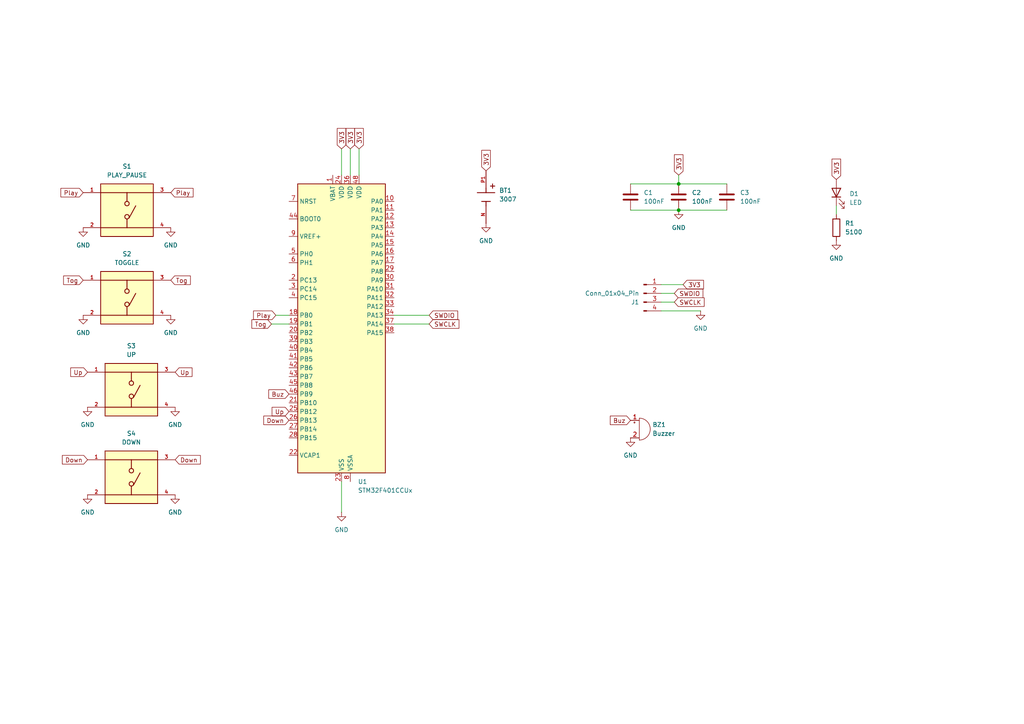
<source format=kicad_sch>
(kicad_sch (version 20231120) (generator "eeschema") (generator_version "8.0")
  (paper "A4")
  (lib_symbols
    (symbol "3007:3007" (pin_names (offset 1.016))
      (property "Reference" "BT" (at -3.81 3.81 0))
      (property "Value" "3007" (at -3.81 -5.08 0))
      (symbol "3007_0_0"
        (polyline (pts (xy -3.81 1.905) (xy -2.54 1.905)) (stroke (width 0.254)))
        (polyline (pts (xy -3.175 2.54) (xy -3.175 1.27)) (stroke (width 0.254)))
        (polyline (pts (xy -1.27 0) (xy -2.54 0)) (stroke (width 0.254)))
        (polyline (pts (xy -1.27 0) (xy -1.27 -2.54)) (stroke (width 0.254)))
        (polyline (pts (xy -1.27 2.54) (xy -1.27 0)) (stroke (width 0.254)))
        (polyline (pts (xy 1.27 0) (xy 1.27 -1.27)) (stroke (width 0.254)))
        (polyline (pts (xy 1.27 0) (xy 2.54 0)) (stroke (width 0.254)))
        (polyline (pts (xy 1.27 1.27) (xy 1.27 0)) (stroke (width 0.254)))
        (pin passive line (at 7.62 0 180) (length 5.08) (name "~") (number "N"))
        (pin passive line (at -7.62 0 0) (length 5.08) (name "~") (number "P1"))
      )
    )
    (symbol "C_1" (pin_numbers hide) (pin_names (offset 0.254) hide)
      (property "Reference" "C" (at 0.635 2.54 0))
      (property "Value" "C" (at 0.635 -2.54 0))
      (symbol "C_1_0_1"
        (polyline (pts (xy -2.032 -0.762) (xy 2.032 -0.762)) (stroke (width 0.508)))
        (polyline (pts (xy -2.032 0.762) (xy 2.032 0.762)) (stroke (width 0.508)))
      )
      (symbol "C_1_1_1"
        (pin passive line (at 0 3.81 270) (length 2.794) (name "~") (number "1"))
        (pin passive line (at 0 -3.81 90) (length 2.794) (name "~") (number "2"))
      )
    )
    (symbol "C_2" (pin_numbers hide) (pin_names (offset 0.254) hide)
      (property "Reference" "C" (at 0.635 2.54 0))
      (property "Value" "C" (at 0.635 -2.54 0))
      (symbol "C_2_0_1"
        (polyline (pts (xy -2.032 -0.762) (xy 2.032 -0.762)) (stroke (width 0.508)))
        (polyline (pts (xy -2.032 0.762) (xy 2.032 0.762)) (stroke (width 0.508)))
      )
      (symbol "C_2_1_1"
        (pin passive line (at 0 3.81 270) (length 2.794) (name "~") (number "1"))
        (pin passive line (at 0 -3.81 90) (length 2.794) (name "~") (number "2"))
      )
    )
    (symbol "Connector:Conn_01x04_Pin" (pin_names (offset 1.016) hide)
      (property "Reference" "J" (at 0 5.08 0))
      (property "Value" "Conn_01x04_Pin" (at 0 -7.62 0))
      (symbol "Conn_01x04_Pin_1_1"
        (polyline (pts (xy 1.27 -5.08) (xy 0.8636 -5.08)) (stroke (width 0.1524)))
        (polyline (pts (xy 1.27 -2.54) (xy 0.8636 -2.54)) (stroke (width 0.1524)))
        (polyline (pts (xy 1.27 0) (xy 0.8636 0)) (stroke (width 0.1524)))
        (polyline (pts (xy 1.27 2.54) (xy 0.8636 2.54)) (stroke (width 0.1524)))
        (rectangle (start 0.8636 -4.953) (end 0 -5.207) (stroke (width 0.1524)) (fill (type outline)))
        (rectangle (start 0.8636 -2.413) (end 0 -2.667) (stroke (width 0.1524)) (fill (type outline)))
        (rectangle (start 0.8636 0.127) (end 0 -0.127) (stroke (width 0.1524)) (fill (type outline)))
        (rectangle (start 0.8636 2.667) (end 0 2.413) (stroke (width 0.1524)) (fill (type outline)))
        (pin passive line (at 5.08 2.54 180) (length 3.81) (name "Pin_1") (number "1"))
        (pin passive line (at 5.08 0 180) (length 3.81) (name "Pin_2") (number "2"))
        (pin passive line (at 5.08 -2.54 180) (length 3.81) (name "Pin_3") (number "3"))
        (pin passive line (at 5.08 -5.08 180) (length 3.81) (name "Pin_4") (number "4"))
      )
    )
    (symbol "Device:Buzzer" (pin_names (offset 0.0254) hide)
      (property "Reference" "BZ" (at 3.81 1.27 0))
      (property "Value" "Buzzer" (at 3.81 -1.27 0))
      (symbol "Buzzer_0_1"
        (arc (start 0 -3.175) (mid 3.1612 0) (end 0 3.175))
        (polyline (pts (xy -1.651 1.905) (xy -1.143 1.905)))
        (polyline (pts (xy -1.397 2.159) (xy -1.397 1.651)))
        (polyline (pts (xy 0 3.175) (xy 0 -3.175)))
      )
      (symbol "Buzzer_1_1"
        (pin passive line (at -2.54 2.54 0) (length 2.54) (name "+") (number "1"))
        (pin passive line (at -2.54 -2.54 0) (length 2.54) (name "-") (number "2"))
      )
    )
    (symbol "Device:C" (pin_numbers hide) (pin_names (offset 0.254) hide)
      (property "Reference" "C" (at 0.635 2.54 0))
      (property "Value" "C" (at 0.635 -2.54 0))
      (symbol "C_0_1"
        (polyline (pts (xy -2.032 -0.762) (xy 2.032 -0.762)) (stroke (width 0.508)))
        (polyline (pts (xy -2.032 0.762) (xy 2.032 0.762)) (stroke (width 0.508)))
      )
      (symbol "C_1_1"
        (pin passive line (at 0 3.81 270) (length 2.794) (name "~") (number "1"))
        (pin passive line (at 0 -3.81 90) (length 2.794) (name "~") (number "2"))
      )
    )
    (symbol "Device:LED" (pin_numbers hide) (pin_names (offset 1.016) hide)
      (property "Reference" "D" (at 0 2.54 0))
      (property "Value" "LED" (at 0 -2.54 0))
      (symbol "LED_0_1"
        (polyline (pts (xy -1.27 -1.27) (xy -1.27 1.27)) (stroke (width 0.254)))
        (polyline (pts (xy -1.27 0) (xy 1.27 0)))
        (polyline (pts (xy 1.27 -1.27) (xy 1.27 1.27) (xy -1.27 0) (xy 1.27 -1.27)) (stroke (width 0.254)))
        (polyline (pts (xy -3.048 -0.762) (xy -4.572 -2.286) (xy -3.81 -2.286) (xy -4.572 -2.286) (xy -4.572 -1.524)))
        (polyline (pts (xy -1.778 -0.762) (xy -3.302 -2.286) (xy -2.54 -2.286) (xy -3.302 -2.286) (xy -3.302 -1.524)))
      )
      (symbol "LED_1_1"
        (pin passive line (at -3.81 0 0) (length 2.54) (name "K") (number "1"))
        (pin passive line (at 3.81 0 180) (length 2.54) (name "A") (number "2"))
      )
    )
    (symbol "Device:R" (pin_numbers hide) (pin_names (offset 0))
      (property "Reference" "R" (at 2.032 0 90))
      (property "Value" "R" (at 0 0 90))
      (symbol "R_0_1"
        (rectangle (start -1.016 -2.54) (end 1.016 2.54) (stroke (width 0.254)))
      )
      (symbol "R_1_1"
        (pin passive line (at 0 3.81 270) (length 1.27) (name "~") (number "1"))
        (pin passive line (at 0 -3.81 90) (length 1.27) (name "~") (number "2"))
      )
    )
    (symbol "MCU_ST_STM32F4:STM32F401CCUx"
      (property "Reference" "U" (at -12.7 44.45 0))
      (property "Value" "STM32F401CCUx" (at 7.62 44.45 0))
      (symbol "STM32F401CCUx_0_1"
        (rectangle (start -12.7 -40.64) (end 12.7 43.18) (stroke (width 0.254)) (fill (type background)))
      )
      (symbol "STM32F401CCUx_1_1"
        (pin power_in line (at -2.54 45.72 270) (length 2.54) (name "VBAT") (number "1"))
        (pin bidirectional line (at 15.24 38.1 180) (length 2.54) (name "PA0") (number "10"))
        (pin bidirectional line (at 15.24 35.56 180) (length 2.54) (name "PA1") (number "11"))
        (pin bidirectional line (at 15.24 33.02 180) (length 2.54) (name "PA2") (number "12"))
        (pin bidirectional line (at 15.24 30.48 180) (length 2.54) (name "PA3") (number "13"))
        (pin bidirectional line (at 15.24 27.94 180) (length 2.54) (name "PA4") (number "14"))
        (pin bidirectional line (at 15.24 25.4 180) (length 2.54) (name "PA5") (number "15"))
        (pin bidirectional line (at 15.24 22.86 180) (length 2.54) (name "PA6") (number "16"))
        (pin bidirectional line (at 15.24 20.32 180) (length 2.54) (name "PA7") (number "17"))
        (pin bidirectional line (at -15.24 5.08 0) (length 2.54) (name "PB0") (number "18"))
        (pin bidirectional line (at -15.24 2.54 0) (length 2.54) (name "PB1") (number "19"))
        (pin bidirectional line (at -15.24 15.24 0) (length 2.54) (name "PC13") (number "2"))
        (pin bidirectional line (at -15.24 0 0) (length 2.54) (name "PB2") (number "20"))
        (pin bidirectional line (at -15.24 -20.32 0) (length 2.54) (name "PB10") (number "21"))
        (pin power_out line (at -15.24 -35.56 0) (length 2.54) (name "VCAP1") (number "22"))
        (pin power_in line (at 0 -43.18 90) (length 2.54) (name "VSS") (number "23"))
        (pin power_in line (at 0 45.72 270) (length 2.54) (name "VDD") (number "24"))
        (pin bidirectional line (at -15.24 -22.86 0) (length 2.54) (name "PB12") (number "25"))
        (pin bidirectional line (at -15.24 -25.4 0) (length 2.54) (name "PB13") (number "26"))
        (pin bidirectional line (at -15.24 -27.94 0) (length 2.54) (name "PB14") (number "27"))
        (pin bidirectional line (at -15.24 -30.48 0) (length 2.54) (name "PB15") (number "28"))
        (pin bidirectional line (at 15.24 17.78 180) (length 2.54) (name "PA8") (number "29"))
        (pin bidirectional line (at -15.24 12.7 0) (length 2.54) (name "PC14") (number "3"))
        (pin bidirectional line (at 15.24 15.24 180) (length 2.54) (name "PA9") (number "30"))
        (pin bidirectional line (at 15.24 12.7 180) (length 2.54) (name "PA10") (number "31"))
        (pin bidirectional line (at 15.24 10.16 180) (length 2.54) (name "PA11") (number "32"))
        (pin bidirectional line (at 15.24 7.62 180) (length 2.54) (name "PA12") (number "33"))
        (pin bidirectional line (at 15.24 5.08 180) (length 2.54) (name "PA13") (number "34"))
        (pin passive line (at 0 -43.18 90) (length 2.54) hide (name "VSS") (number "35"))
        (pin power_in line (at 2.54 45.72 270) (length 2.54) (name "VDD") (number "36"))
        (pin bidirectional line (at 15.24 2.54 180) (length 2.54) (name "PA14") (number "37"))
        (pin bidirectional line (at 15.24 0 180) (length 2.54) (name "PA15") (number "38"))
        (pin bidirectional line (at -15.24 -2.54 0) (length 2.54) (name "PB3") (number "39"))
        (pin bidirectional line (at -15.24 10.16 0) (length 2.54) (name "PC15") (number "4"))
        (pin bidirectional line (at -15.24 -5.08 0) (length 2.54) (name "PB4") (number "40"))
        (pin bidirectional line (at -15.24 -7.62 0) (length 2.54) (name "PB5") (number "41"))
        (pin bidirectional line (at -15.24 -10.16 0) (length 2.54) (name "PB6") (number "42"))
        (pin bidirectional line (at -15.24 -12.7 0) (length 2.54) (name "PB7") (number "43"))
        (pin input line (at -15.24 33.02 0) (length 2.54) (name "BOOT0") (number "44"))
        (pin bidirectional line (at -15.24 -15.24 0) (length 2.54) (name "PB8") (number "45"))
        (pin bidirectional line (at -15.24 -17.78 0) (length 2.54) (name "PB9") (number "46"))
        (pin passive line (at 0 -43.18 90) (length 2.54) hide (name "VSS") (number "47"))
        (pin power_in line (at 5.08 45.72 270) (length 2.54) (name "VDD") (number "48"))
        (pin passive line (at 0 -43.18 90) (length 2.54) hide (name "VSS") (number "49"))
        (pin bidirectional line (at -15.24 22.86 0) (length 2.54) (name "PH0") (number "5"))
        (pin bidirectional line (at -15.24 20.32 0) (length 2.54) (name "PH1") (number "6"))
        (pin input line (at -15.24 38.1 0) (length 2.54) (name "NRST") (number "7"))
        (pin power_in line (at 2.54 -43.18 90) (length 2.54) (name "VSSA") (number "8"))
        (pin input line (at -15.24 27.94 0) (length 2.54) (name "VREF+") (number "9"))
      )
    )
    (symbol "TS04-66-73-BK-100-SMT:TS04-66-73-BK-100-SMT" (pin_names (offset 1.016))
      (property "Reference" "S" (at -7.62 8.382 0))
      (property "Value" "TS04-66-73-BK-100-SMT" (at -7.62 -8.382 0))
      (symbol "TS04-66-73-BK-100-SMT_0_0"
        (rectangle (start -7.62 -7.62) (end 7.62 7.62) (stroke (width 0.254)) (fill (type background)))
        (circle (center 0 -1.905) (radius 0.635) (stroke (width 0.254)))
        (polyline (pts (xy 0 -5.08) (xy -7.62 -5.08)) (stroke (width 0.254)))
        (polyline (pts (xy 0 -5.08) (xy 7.62 -5.08)) (stroke (width 0.254)))
        (polyline (pts (xy 0 -2.54) (xy 0 -5.08)) (stroke (width 0.254)))
        (polyline (pts (xy 0 5.08) (xy -7.62 5.08)) (stroke (width 0.254)))
        (polyline (pts (xy 0 5.08) (xy 0 2.54)) (stroke (width 0.254)))
        (polyline (pts (xy 0 5.08) (xy 7.62 5.08)) (stroke (width 0.254)))
        (polyline (pts (xy 0.635 -2.2225) (xy 2.54 1.27)) (stroke (width 0.254)))
        (circle (center 0 1.905) (radius 0.635) (stroke (width 0.254)))
        (pin passive line (at -12.7 5.08 0) (length 5.08) (name "~") (number "1"))
        (pin passive line (at -12.7 -5.08 0) (length 5.08) (name "~") (number "2"))
        (pin passive line (at 12.7 5.08 180) (length 5.08) (name "~") (number "3"))
        (pin passive line (at 12.7 -5.08 180) (length 5.08) (name "~") (number "4"))
      )
    )
    (symbol "power:GND" (power) (pin_numbers hide) (pin_names (offset 0) hide)
      (property "Value" "GND" (at 0 -3.81 0))
      (symbol "GND_0_1"
        (polyline (pts (xy 0 0) (xy 0 -1.27) (xy 1.27 -1.27) (xy 0 -2.54) (xy -1.27 -1.27) (xy 0 -1.27)))
      )
      (symbol "GND_1_1"
        (pin power_in line (at 0 0 270) (length 0) (name "~") (number "1"))
      )
    )
  )
  (junction (at 196.85 60.96))
  (junction (at 196.85 53.34))
  (wire (pts (xy 196.85 53.34) (xy 210.82 53.34)))
  (wire (pts (xy 182.88 53.34) (xy 196.85 53.34)))
  (wire (pts (xy 99.06 139.7) (xy 99.06 148.59)))
  (wire (pts (xy 198.12 82.55) (xy 191.77 82.55)))
  (wire (pts (xy 104.14 43.18) (xy 104.14 50.8)))
  (wire (pts (xy 195.58 85.09) (xy 191.77 85.09)))
  (wire (pts (xy 195.58 87.63) (xy 191.77 87.63)))
  (wire (pts (xy 99.06 43.18) (xy 99.06 50.8)))
  (wire (pts (xy 196.85 50.8) (xy 196.85 53.34)))
  (wire (pts (xy 242.57 62.23) (xy 242.57 59.69)))
  (wire (pts (xy 101.6 43.18) (xy 101.6 50.8)))
  (wire (pts (xy 124.46 91.44) (xy 114.3 91.44)))
  (wire (pts (xy 203.2 90.17) (xy 191.77 90.17)))
  (wire (pts (xy 80.01 91.44) (xy 83.82 91.44)))
  (wire (pts (xy 196.85 60.96) (xy 182.88 60.96)))
  (wire (pts (xy 196.85 60.96) (xy 210.82 60.96)))
  (wire (pts (xy 78.74 93.98) (xy 83.82 93.98)))
  (wire (pts (xy 124.46 93.98) (xy 114.3 93.98)))
  (global_label "SWDIO" (shape input) (at 195.58 85.09 0) (property "Intersheetrefs" "${INTERSHEET_REFS}" (effects (hide yes))))
  (global_label "Up" (shape input) (at 50.8 107.95 0) (property "Intersheetrefs" "${INTERSHEET_REFS}" (effects (hide yes))))
  (global_label "Down" (shape input) (at 83.82 121.92 180) (property "Intersheetrefs" "${INTERSHEET_REFS}" (effects (hide yes))))
  (global_label "Play" (shape input) (at 80.01 91.44 180) (property "Intersheetrefs" "${INTERSHEET_REFS}" (effects (hide yes))))
  (global_label "3V3" (shape input) (at 242.57 52.07 90) (property "Intersheetrefs" "${INTERSHEET_REFS}" (effects (hide yes))))
  (global_label "Tog" (shape input) (at 24.13 81.28 180) (property "Intersheetrefs" "${INTERSHEET_REFS}" (effects (hide yes))))
  (global_label "SWDIO" (shape input) (at 124.46 91.44 0) (property "Intersheetrefs" "${INTERSHEET_REFS}" (effects (hide yes))))
  (global_label "3V3" (shape input) (at 140.97 49.53 90) (property "Intersheetrefs" "${INTERSHEET_REFS}" (effects (hide yes))))
  (global_label "Down" (shape input) (at 25.4 133.35 180) (property "Intersheetrefs" "${INTERSHEET_REFS}" (effects (hide yes))))
  (global_label "SWCLK" (shape input) (at 195.58 87.63 0) (property "Intersheetrefs" "${INTERSHEET_REFS}" (effects (hide yes))))
  (global_label "Down" (shape input) (at 50.8 133.35 0) (property "Intersheetrefs" "${INTERSHEET_REFS}" (effects (hide yes))))
  (global_label "Up" (shape input) (at 83.82 119.38 180) (property "Intersheetrefs" "${INTERSHEET_REFS}" (effects (hide yes))))
  (global_label "3V3" (shape input) (at 198.12 82.55 0) (property "Intersheetrefs" "${INTERSHEET_REFS}" (effects (hide yes))))
  (global_label "3V3" (shape input) (at 99.06 43.18 90) (property "Intersheetrefs" "${INTERSHEET_REFS}" (effects (hide yes))))
  (global_label "Up" (shape input) (at 25.4 107.95 180) (property "Intersheetrefs" "${INTERSHEET_REFS}" (effects (hide yes))))
  (global_label "Play" (shape input) (at 24.13 55.88 180) (property "Intersheetrefs" "${INTERSHEET_REFS}" (effects (hide yes))))
  (global_label "Tog" (shape input) (at 78.74 93.98 180) (property "Intersheetrefs" "${INTERSHEET_REFS}" (effects (hide yes))))
  (global_label "Play" (shape input) (at 49.53 55.88 0) (property "Intersheetrefs" "${INTERSHEET_REFS}" (effects (hide yes))))
  (global_label "Buz" (shape input) (at 83.82 114.3 180) (property "Intersheetrefs" "${INTERSHEET_REFS}" (effects (hide yes))))
  (global_label "3V3" (shape input) (at 196.85 50.8 90) (property "Intersheetrefs" "${INTERSHEET_REFS}" (effects (hide yes))))
  (global_label "Buz" (shape input) (at 182.88 121.92 180) (property "Intersheetrefs" "${INTERSHEET_REFS}" (effects (hide yes))))
  (global_label "Tog" (shape input) (at 49.53 81.28 0) (property "Intersheetrefs" "${INTERSHEET_REFS}" (effects (hide yes))))
  (global_label "3V3" (shape input) (at 101.6 43.18 90) (property "Intersheetrefs" "${INTERSHEET_REFS}" (effects (hide yes))))
  (global_label "SWCLK" (shape input) (at 124.46 93.98 0) (property "Intersheetrefs" "${INTERSHEET_REFS}" (effects (hide yes))))
  (global_label "3V3" (shape input) (at 104.14 43.18 90) (property "Intersheetrefs" "${INTERSHEET_REFS}" (effects (hide yes))))
  (symbol (lib_id "power:GND") (at 25.4 143.51 0) (unit 1)
    (property "Reference" "#PWR06" (effects (hide yes)))
    (property "Value" "GND" (at 25.4 148.59 0))
    (property "Description" "Power symbol creates a global label with name \"GND\" , ground" (effects (hide yes)))
  )
  (symbol (lib_id "Device:LED") (at 242.57 55.88 90) (unit 1)
    (property "Reference" "D1" (at 246.38 56.1974 90) (effects (justify right)))
    (property "Value" "LED" (at 246.38 58.7374 90) (effects (justify right)))
    (property "Footprint" "LED_SMD:LED_0201_0603Metric" (effects (hide yes)))
    (property "Description" "Light emitting diode" (effects (hide yes)))
  )
  (symbol (lib_id "TS04-66-73-BK-100-SMT:TS04-66-73-BK-100-SMT") (at 38.1 113.03 0) (unit 1)
    (property "Reference" "S3" (at 38.1 100.33 0))
    (property "Value" "UP" (at 38.1 102.87 0))
    (property "Footprint" "TS04_66_73_BK_100_SMT:SW_TS04-66-73-BK-100-SMT" (effects (hide yes)))
    (property "PARTREV" "1.0" (effects (hide yes)))
    (property "MANUFACTURER" "CUI Devices" (effects (hide yes)))
    (property "STANDARD" "Manufacturer Recommendations" (effects (hide yes)))
  )
  (symbol (lib_id "power:GND") (at 140.97 64.77 0) (unit 1)
    (property "Reference" "#PWR010" (effects (hide yes)))
    (property "Value" "GND" (at 140.97 69.85 0))
    (property "Description" "Power symbol creates a global label with name \"GND\" , ground" (effects (hide yes)))
  )
  (symbol (lib_id "power:GND") (at 99.06 148.59 0) (unit 1)
    (property "Reference" "#PWR02" (effects (hide yes)))
    (property "Value" "GND" (at 99.06 153.67 0))
    (property "Description" "Power symbol creates a global label with name \"GND\" , ground" (effects (hide yes)))
  )
  (symbol (lib_name "C_1") (lib_id "Device:C") (at 182.88 57.15 0) (unit 1)
    (property "Reference" "C1" (at 186.69 55.8799 0) (effects (justify left)))
    (property "Value" "100nF" (at 186.69 58.4199 0) (effects (justify left)))
    (property "Footprint" "Capacitor_SMD:C_0201_0603Metric" (effects (hide yes)))
    (property "Description" "Unpolarized capacitor" (effects (hide yes)))
  )
  (symbol (lib_id "MCU_ST_STM32F4:STM32F401CCUx") (at 99.06 96.52 0) (unit 1)
    (property "Reference" "U1" (at 103.7941 139.7 0) (effects (justify left)))
    (property "Value" "STM32F401CCUx" (at 103.7941 142.24 0) (effects (justify left)))
    (property "Footprint" "Package_DFN_QFN:QFN-48-1EP_7x7mm_P0.5mm_EP5.6x5.6mm" (effects (hide yes)))
    (property "Datasheet" "https://www.st.com/resource/en/datasheet/stm32f401cc.pdf" (effects (hide yes)))
    (property "Description" "STMicroelectronics Arm Cortex-M4 MCU, 256KB flash, 64KB RAM, 84 MHz, 1.7-3.6V, 36 GPIO, UFQFPN48" (effects (hide yes)))
  )
  (symbol (lib_id "TS04-66-73-BK-100-SMT:TS04-66-73-BK-100-SMT") (at 36.83 86.36 0) (unit 1)
    (property "Reference" "S2" (at 36.83 73.66 0))
    (property "Value" "TOGGLE" (at 36.83 76.2 0))
    (property "Footprint" "TS04_66_73_BK_100_SMT:SW_TS04-66-73-BK-100-SMT" (effects (hide yes)))
    (property "PARTREV" "1.0" (effects (hide yes)))
    (property "MANUFACTURER" "CUI Devices" (effects (hide yes)))
    (property "STANDARD" "Manufacturer Recommendations" (effects (hide yes)))
  )
  (symbol (lib_id "power:GND") (at 50.8 118.11 0) (unit 1)
    (property "Reference" "#PWR013" (effects (hide yes)))
    (property "Value" "GND" (at 50.8 123.19 0))
    (property "Description" "Power symbol creates a global label with name \"GND\" , ground" (effects (hide yes)))
  )
  (symbol (lib_id "power:GND") (at 24.13 66.04 0) (unit 1)
    (property "Reference" "#PWR011" (effects (hide yes)))
    (property "Value" "GND" (at 24.13 71.12 0))
    (property "Description" "Power symbol creates a global label with name \"GND\" , ground" (effects (hide yes)))
  )
  (symbol (lib_id "3007:3007") (at 140.97 57.15 270) (unit 1)
    (property "Reference" "BT1" (at 144.78 55.2449 90) (effects (justify left)))
    (property "Value" "3007" (at 144.78 57.7849 90) (effects (justify left)))
    (property "Footprint" "3007:BAT_3007" (effects (hide yes)))
    (property "PARTREV" "M" (effects (hide yes)))
    (property "MANUFACTURER" "Keystone Electronics" (effects (hide yes)))
    (property "STANDARD" "Manufacturer Recommendations" (effects (hide yes)))
    (property "MAXIMUM_PACKAGE_HEIGHT" "4.21mm" (effects (hide yes)))
    (property "SNAPEDA_PN" "3007" (effects (hide yes)))
  )
  (symbol (lib_id "power:GND") (at 242.57 69.85 0) (unit 1)
    (property "Reference" "#PWR09" (effects (hide yes)))
    (property "Value" "GND" (at 242.57 74.93 0))
    (property "Description" "Power symbol creates a global label with name \"GND\" , ground" (effects (hide yes)))
  )
  (symbol (lib_id "TS04-66-73-BK-100-SMT:TS04-66-73-BK-100-SMT") (at 38.1 138.43 0) (unit 1)
    (property "Reference" "S4" (at 38.1 125.73 0))
    (property "Value" "DOWN" (at 38.1 128.27 0))
    (property "Footprint" "TS04_66_73_BK_100_SMT:SW_TS04-66-73-BK-100-SMT" (effects (hide yes)))
    (property "PARTREV" "1.0" (effects (hide yes)))
    (property "MANUFACTURER" "CUI Devices" (effects (hide yes)))
    (property "STANDARD" "Manufacturer Recommendations" (effects (hide yes)))
  )
  (symbol (lib_id "power:GND") (at 24.13 91.44 0) (unit 1)
    (property "Reference" "#PWR04" (effects (hide yes)))
    (property "Value" "GND" (at 24.13 96.52 0))
    (property "Description" "Power symbol creates a global label with name \"GND\" , ground" (effects (hide yes)))
  )
  (symbol (lib_id "Connector:Conn_01x04_Pin") (at 186.69 85.09 0) (unit 1)
    (property "Reference" "J1" (at 185.42 87.6301 0) (effects (justify right)))
    (property "Value" "Conn_01x04_Pin" (at 185.42 85.0901 0) (effects (justify right)))
    (property "Footprint" "Connector_PinHeader_2.54mm:PinHeader_1x04_P2.54mm_Horizontal" (effects (hide yes)))
    (property "Description" "Generic connector, single row, 01x04, script generated" (effects (hide yes)))
  )
  (symbol (lib_id "Device:C") (at 210.82 57.15 0) (unit 1)
    (property "Reference" "C3" (at 214.63 55.8799 0) (effects (justify left)))
    (property "Value" "100nF" (at 214.63 58.4199 0) (effects (justify left)))
    (property "Footprint" "Capacitor_SMD:C_0201_0603Metric" (effects (hide yes)))
    (property "Description" "Unpolarized capacitor" (effects (hide yes)))
  )
  (symbol (lib_id "power:GND") (at 49.53 66.04 0) (unit 1)
    (property "Reference" "#PWR03" (effects (hide yes)))
    (property "Value" "GND" (at 49.53 71.12 0))
    (property "Description" "Power symbol creates a global label with name \"GND\" , ground" (effects (hide yes)))
  )
  (symbol (lib_id "Device:R") (at 242.57 66.04 0) (unit 1)
    (property "Reference" "R1" (at 245.11 64.7699 0) (effects (justify left)))
    (property "Value" "5100" (at 245.11 67.3099 0) (effects (justify left)))
    (property "Footprint" "Resistor_SMD:R_0201_0603Metric" (effects (hide yes)))
    (property "Description" "Resistor" (effects (hide yes)))
  )
  (symbol (lib_name "C_2") (lib_id "Device:C") (at 196.85 57.15 0) (unit 1)
    (property "Reference" "C2" (at 200.66 55.8799 0) (effects (justify left)))
    (property "Value" "100nF" (at 200.66 58.4199 0) (effects (justify left)))
    (property "Footprint" "Capacitor_SMD:C_0201_0603Metric" (effects (hide yes)))
    (property "Description" "Unpolarized capacitor" (effects (hide yes)))
  )
  (symbol (lib_id "power:GND") (at 196.85 60.96 0) (unit 1)
    (property "Reference" "#PWR08" (effects (hide yes)))
    (property "Value" "GND" (at 196.85 66.04 0))
    (property "Description" "Power symbol creates a global label with name \"GND\" , ground" (effects (hide yes)))
  )
  (symbol (lib_id "Device:Buzzer") (at 185.42 124.46 0) (unit 1)
    (property "Reference" "BZ1" (at 189.23 123.1899 0) (effects (justify left)))
    (property "Value" "Buzzer" (at 189.23 125.7299 0) (effects (justify left)))
    (property "Footprint" "Buzzer_Beeper:Buzzer_Mallory_AST1240MLQ" (effects (hide yes)))
    (property "Description" "Buzzer, polarized" (effects (hide yes)))
  )
  (symbol (lib_id "TS04-66-73-BK-100-SMT:TS04-66-73-BK-100-SMT") (at 36.83 60.96 0) (unit 1)
    (property "Reference" "S1" (at 36.83 48.26 0))
    (property "Value" "PLAY_PAUSE" (at 36.83 50.8 0))
    (property "Footprint" "TS04_66_73_BK_100_SMT:SW_TS04-66-73-BK-100-SMT" (effects (hide yes)))
    (property "PARTREV" "1.0" (effects (hide yes)))
    (property "MANUFACTURER" "CUI Devices" (effects (hide yes)))
    (property "STANDARD" "Manufacturer Recommendations" (effects (hide yes)))
  )
  (symbol (lib_id "power:GND") (at 49.53 91.44 0) (unit 1)
    (property "Reference" "#PWR012" (effects (hide yes)))
    (property "Value" "GND" (at 49.53 96.52 0))
    (property "Description" "Power symbol creates a global label with name \"GND\" , ground" (effects (hide yes)))
  )
  (symbol (lib_id "power:GND") (at 203.2 90.17 0) (unit 1)
    (property "Reference" "#PWR01" (effects (hide yes)))
    (property "Value" "GND" (at 203.2 95.25 0))
    (property "Description" "Power symbol creates a global label with name \"GND\" , ground" (effects (hide yes)))
  )
  (symbol (lib_id "power:GND") (at 182.88 127 0) (unit 1)
    (property "Reference" "#PWR07" (effects (hide yes)))
    (property "Value" "GND" (at 182.88 132.08 0))
    (property "Description" "Power symbol creates a global label with name \"GND\" , ground" (effects (hide yes)))
  )
  (symbol (lib_id "power:GND") (at 25.4 118.11 0) (unit 1)
    (property "Reference" "#PWR05" (effects (hide yes)))
    (property "Value" "GND" (at 25.4 123.19 0))
    (property "Description" "Power symbol creates a global label with name \"GND\" , ground" (effects (hide yes)))
  )
  (symbol (lib_id "power:GND") (at 50.8 143.51 0) (unit 1)
    (property "Reference" "#PWR014" (effects (hide yes)))
    (property "Value" "GND" (at 50.8 148.59 0))
    (property "Description" "Power symbol creates a global label with name \"GND\" , ground" (effects (hide yes)))
  )
)
</source>
